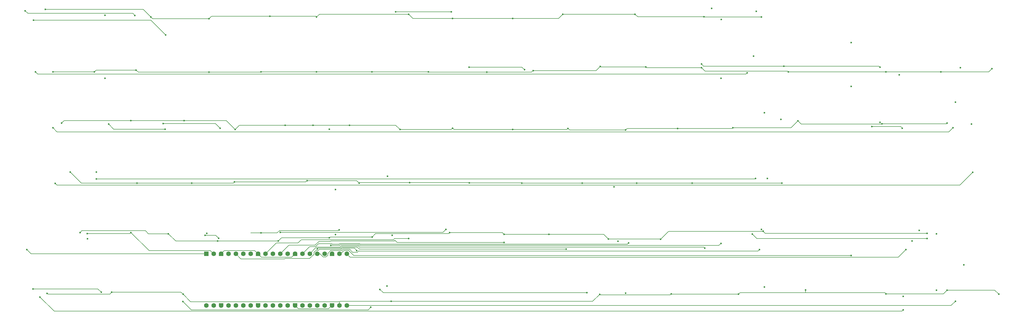
<source format=gbr>
%TF.GenerationSoftware,KiCad,Pcbnew,9.0.3*%
%TF.CreationDate,2025-07-24T22:06:14+02:00*%
%TF.ProjectId,Lucenox,4c756365-6e6f-4782-9e6b-696361645f70,rev?*%
%TF.SameCoordinates,Original*%
%TF.FileFunction,Copper,L3,Inr*%
%TF.FilePolarity,Positive*%
%FSLAX46Y46*%
G04 Gerber Fmt 4.6, Leading zero omitted, Abs format (unit mm)*
G04 Created by KiCad (PCBNEW 9.0.3) date 2025-07-24 22:06:14*
%MOMM*%
%LPD*%
G01*
G04 APERTURE LIST*
G04 Aperture macros list*
%AMRoundRect*
0 Rectangle with rounded corners*
0 $1 Rounding radius*
0 $2 $3 $4 $5 $6 $7 $8 $9 X,Y pos of 4 corners*
0 Add a 4 corners polygon primitive as box body*
4,1,4,$2,$3,$4,$5,$6,$7,$8,$9,$2,$3,0*
0 Add four circle primitives for the rounded corners*
1,1,$1+$1,$2,$3*
1,1,$1+$1,$4,$5*
1,1,$1+$1,$6,$7*
1,1,$1+$1,$8,$9*
0 Add four rect primitives between the rounded corners*
20,1,$1+$1,$2,$3,$4,$5,0*
20,1,$1+$1,$4,$5,$6,$7,0*
20,1,$1+$1,$6,$7,$8,$9,0*
20,1,$1+$1,$8,$9,$2,$3,0*%
%AMFreePoly0*
4,1,37,0.603843,0.796157,0.639018,0.796157,0.711114,0.766294,0.766294,0.711114,0.796157,0.639018,0.796157,0.603843,0.800000,0.600000,0.800000,-0.600000,0.796157,-0.603843,0.796157,-0.639018,0.766294,-0.711114,0.711114,-0.766294,0.639018,-0.796157,0.603843,-0.796157,0.600000,-0.800000,0.000000,-0.800000,0.000000,-0.796148,-0.078414,-0.796148,-0.232228,-0.765552,-0.377117,-0.705537,
-0.507515,-0.618408,-0.618408,-0.507515,-0.705537,-0.377117,-0.765552,-0.232228,-0.796148,-0.078414,-0.796148,0.078414,-0.765552,0.232228,-0.705537,0.377117,-0.618408,0.507515,-0.507515,0.618408,-0.377117,0.705537,-0.232228,0.765552,-0.078414,0.796148,0.000000,0.796148,0.000000,0.800000,0.600000,0.800000,0.603843,0.796157,0.603843,0.796157,$1*%
%AMFreePoly1*
4,1,37,0.000000,0.796148,0.078414,0.796148,0.232228,0.765552,0.377117,0.705537,0.507515,0.618408,0.618408,0.507515,0.705537,0.377117,0.765552,0.232228,0.796148,0.078414,0.796148,-0.078414,0.765552,-0.232228,0.705537,-0.377117,0.618408,-0.507515,0.507515,-0.618408,0.377117,-0.705537,0.232228,-0.765552,0.078414,-0.796148,0.000000,-0.796148,0.000000,-0.800000,-0.600000,-0.800000,
-0.603843,-0.796157,-0.639018,-0.796157,-0.711114,-0.766294,-0.766294,-0.711114,-0.796157,-0.639018,-0.796157,-0.603843,-0.800000,-0.600000,-0.800000,0.600000,-0.796157,0.603843,-0.796157,0.639018,-0.766294,0.711114,-0.711114,0.766294,-0.639018,0.796157,-0.603843,0.796157,-0.600000,0.800000,0.000000,0.800000,0.000000,0.796148,0.000000,0.796148,$1*%
G04 Aperture macros list end*
%TA.AperFunction,ComponentPad*%
%ADD10RoundRect,0.200000X-0.600000X0.600000X-0.600000X-0.600000X0.600000X-0.600000X0.600000X0.600000X0*%
%TD*%
%TA.AperFunction,ComponentPad*%
%ADD11C,1.600000*%
%TD*%
%TA.AperFunction,ComponentPad*%
%ADD12FreePoly0,270.000000*%
%TD*%
%TA.AperFunction,ComponentPad*%
%ADD13FreePoly1,270.000000*%
%TD*%
%TA.AperFunction,ViaPad*%
%ADD14C,0.600000*%
%TD*%
%TA.AperFunction,Conductor*%
%ADD15C,0.200000*%
%TD*%
G04 APERTURE END LIST*
D10*
%TO.N,COL0*%
%TO.C,A1*%
X118432500Y-134610000D03*
D11*
%TO.N,COL1*%
X120972500Y-134610000D03*
D12*
%TO.N,GND*%
X123512500Y-134610000D03*
D11*
%TO.N,COL2*%
X126052500Y-134610000D03*
%TO.N,COL3*%
X128592500Y-134610000D03*
%TO.N,COL4*%
X131132500Y-134610000D03*
%TO.N,COL5*%
X133672500Y-134610000D03*
D12*
%TO.N,GND*%
X136212500Y-134610000D03*
D11*
%TO.N,COL6*%
X138752500Y-134610000D03*
%TO.N,COL7*%
X141292500Y-134610000D03*
%TO.N,COL8*%
X143832500Y-134610000D03*
%TO.N,COL9*%
X146372500Y-134610000D03*
D12*
%TO.N,GND*%
X148912500Y-134610000D03*
D11*
%TO.N,COL10*%
X151452500Y-134610000D03*
%TO.N,COL11*%
X153992500Y-134610000D03*
%TO.N,COL12*%
X156532500Y-134610000D03*
%TO.N,COL13*%
X159072500Y-134610000D03*
D12*
%TO.N,GND*%
X161612500Y-134610000D03*
D11*
%TO.N,COL14*%
X164152500Y-134610000D03*
%TO.N,COL15*%
X166692500Y-134610000D03*
%TO.N,COL16*%
X166692500Y-152390000D03*
%TO.N,ROW0*%
X164152500Y-152390000D03*
D13*
%TO.N,GND*%
X161612500Y-152390000D03*
D11*
%TO.N,ROW1*%
X159072500Y-152390000D03*
%TO.N,ROW2*%
X156532500Y-152390000D03*
%TO.N,ROW3*%
X153992500Y-152390000D03*
%TO.N,ROW4*%
X151452500Y-152390000D03*
D13*
%TO.N,GND*%
X148912500Y-152390000D03*
D11*
%TO.N,ROW5*%
X146372500Y-152390000D03*
%TO.N,unconnected-(A1-RUN-Pad30)*%
X143832500Y-152390000D03*
%TO.N,RGB*%
X141292500Y-152390000D03*
%TO.N,unconnected-(A1-GPIO27_ADC1-Pad32)*%
X138752500Y-152390000D03*
D13*
%TO.N,unconnected-(A1-AGND-Pad33)*%
X136212500Y-152390000D03*
D11*
%TO.N,unconnected-(A1-GPIO28_ADC2-Pad34)*%
X133672500Y-152390000D03*
%TO.N,unconnected-(A1-ADC_VREF-Pad35)*%
X131132500Y-152390000D03*
%TO.N,unconnected-(A1-3V3-Pad36)*%
X128592500Y-152390000D03*
%TO.N,unconnected-(A1-3V3_EN-Pad37)*%
X126052500Y-152390000D03*
D13*
%TO.N,GND*%
X123512500Y-152390000D03*
D11*
%TO.N,unconnected-(A1-VSYS-Pad39)*%
X120972500Y-152390000D03*
%TO.N,5V*%
X118432500Y-152390000D03*
%TD*%
D14*
%TO.N,COL10*%
X263495000Y-130909900D03*
%TO.N,GND*%
X360832200Y-130232500D03*
X357851800Y-149251700D03*
X162862200Y-112523300D03*
X83655000Y-52548300D03*
X160756300Y-91737100D03*
X162862200Y-128031000D03*
X295263400Y-74213500D03*
X295316100Y-54001700D03*
X347040300Y-90863300D03*
X357503300Y-91375000D03*
X258544200Y-111568800D03*
X83655000Y-74213500D03*
X259829700Y-130308100D03*
X356467500Y-73051700D03*
X262479000Y-148161600D03*
%TO.N,COL9*%
X156570700Y-132890200D03*
X242063800Y-132989800D03*
%TO.N,5V*%
X202607100Y-51411100D03*
X311150300Y-108685800D03*
X309107800Y-126186800D03*
X118614500Y-127583800D03*
X369294600Y-147091600D03*
X315846400Y-88400600D03*
X292005100Y-50169600D03*
X180563000Y-145673300D03*
X349865400Y-89384500D03*
X182304700Y-128281000D03*
X288529500Y-69328000D03*
X183475500Y-51388700D03*
X349865400Y-70428300D03*
X369294600Y-127716300D03*
X180673200Y-107948300D03*
X310165400Y-146048300D03*
X316804500Y-70065400D03*
%TO.N,COL3*%
X170102300Y-133466300D03*
%TO.N,ROW0*%
X390636200Y-148522900D03*
X324271300Y-147045400D03*
X278177400Y-148378800D03*
X63816900Y-148192500D03*
X182008200Y-150917500D03*
X85992800Y-147819900D03*
X351891000Y-148378800D03*
X110478600Y-148522900D03*
X372927500Y-147091600D03*
X253564300Y-148525000D03*
X301224200Y-148522900D03*
%TO.N,ROW2*%
X94665900Y-110265400D03*
X226854700Y-110328300D03*
X247577000Y-110328300D03*
X188319600Y-110163900D03*
X316126200Y-110265400D03*
X285359000Y-110265400D03*
X266263500Y-110265400D03*
X208831800Y-110196800D03*
X128151600Y-109913300D03*
X170952100Y-110265400D03*
X113459000Y-110332500D03*
X153061500Y-109452200D03*
X71733400Y-106481600D03*
%TO.N,COL1*%
X80674600Y-106481600D03*
X92596200Y-127277500D03*
X77574400Y-127632800D03*
%TO.N,COL14*%
X339969400Y-77042500D03*
X339969400Y-61974500D03*
X339967800Y-135172500D03*
%TO.N,RGB*%
X59119200Y-54222600D03*
X104517800Y-59312500D03*
%TO.N,COL13*%
X306466200Y-66592000D03*
X295263400Y-131005900D03*
X310165400Y-86047900D03*
X161250300Y-131685900D03*
%TO.N,COL15*%
X358745000Y-133174600D03*
%TO.N,COL11*%
X289688800Y-132645700D03*
%TO.N,COL0*%
X56831500Y-133187500D03*
%TO.N,COL5*%
X164125800Y-126349100D03*
X137278400Y-127427500D03*
%TO.N,ROW3*%
X299324400Y-91228800D03*
X167696300Y-90409400D03*
X92596200Y-88818300D03*
X242683400Y-91476500D03*
X128361000Y-91875400D03*
X184988600Y-91873800D03*
X110821100Y-88818300D03*
X155143700Y-90409400D03*
X145576100Y-90409400D03*
X372927500Y-89669100D03*
X280361400Y-91503700D03*
X203026900Y-91375000D03*
X321669600Y-88862500D03*
X68753000Y-89669100D03*
X350517000Y-89868100D03*
X262479000Y-92021600D03*
X223733800Y-91875400D03*
%TO.N,COL8*%
X220753400Y-130684000D03*
%TO.N,COL7*%
X200770900Y-126175800D03*
X143891500Y-127222000D03*
%TO.N,COL12*%
X308460700Y-133187500D03*
%TO.N,COL16*%
X375734200Y-150917500D03*
X378665400Y-138440200D03*
X375734200Y-82449900D03*
%TO.N,COL6*%
X187969000Y-129343200D03*
%TO.N,ROW4*%
X119419800Y-72154100D03*
X351891000Y-72007900D03*
X156357300Y-72007900D03*
X80069800Y-72007900D03*
X65772600Y-72006600D03*
X370808000Y-72007900D03*
X269433100Y-70365900D03*
X253788200Y-70165400D03*
X94378400Y-71456400D03*
X137302200Y-72007900D03*
X194779900Y-72007900D03*
X230726200Y-71612500D03*
X214792600Y-72154100D03*
X318350400Y-72007900D03*
X388288000Y-70940000D03*
X288529500Y-70575900D03*
X175381200Y-72007900D03*
%TO.N,ROW1*%
X160719800Y-129134600D03*
X175454900Y-128801200D03*
X75079400Y-127277500D03*
X366041400Y-127552500D03*
X309763400Y-126774900D03*
X220753400Y-127873300D03*
X202076000Y-127277500D03*
X122400200Y-130232500D03*
X274510400Y-129584500D03*
X256580200Y-129537800D03*
X236186800Y-127873300D03*
X143189800Y-130232500D03*
X105459500Y-127717900D03*
%TO.N,ROW5*%
X156357300Y-53128800D03*
X140282600Y-52913300D03*
X63223300Y-50505400D03*
X223733800Y-53617900D03*
X265721800Y-52186600D03*
X187969000Y-52186600D03*
X203026900Y-53617900D03*
X289386700Y-53060400D03*
X240873800Y-52186600D03*
X119419800Y-53764100D03*
X99386200Y-53122100D03*
X309117300Y-53128800D03*
%TO.N,RGB_5*%
X77694200Y-129429800D03*
X307103100Y-108685800D03*
X80674600Y-108834100D03*
%TO.N,RGB_6*%
X305978300Y-127810200D03*
X366041400Y-129327500D03*
%TO.N,Net-(LED1-DOUT)*%
X56279400Y-51037500D03*
X93930800Y-52626300D03*
%TO.N,Net-(LED13-DOUT)*%
X304204600Y-72358900D03*
X59802300Y-72006600D03*
X307369100Y-51227500D03*
%TO.N,Net-(LED22-DOUT)*%
X208691300Y-70395200D03*
X227739200Y-71252200D03*
%TO.N,Net-(LED30-DOUT)*%
X377459700Y-70613000D03*
X65772600Y-91248400D03*
X374939100Y-91226700D03*
%TO.N,Net-(LED32-DOUT)*%
X104326500Y-91736700D03*
X84934000Y-90011100D03*
%TO.N,Net-(LED33-DOUT)*%
X123213000Y-91445700D03*
X103672700Y-89797500D03*
%TO.N,Net-(LED47-DOUT)*%
X381695000Y-106592500D03*
X381267400Y-90010400D03*
X66612100Y-110411600D03*
%TO.N,Net-(LED63-DOUT)*%
X118036300Y-128266000D03*
X122684300Y-129268600D03*
%TO.N,Net-(LED73-DOUT)*%
X61334300Y-149459600D03*
X363335300Y-126550000D03*
X357851800Y-153865000D03*
%TO.N,Net-(LED74-DOUT)*%
X82402300Y-147847100D03*
X58960200Y-146680000D03*
%TO.N,Net-(LED76-DOUT)*%
X110389300Y-151006800D03*
X174980800Y-153005500D03*
%TO.N,Net-(LED77-DOUT)*%
X249197200Y-148013300D03*
X178099500Y-146842500D03*
%TD*%
D15*
%TO.N,COL10*%
X164356800Y-131075500D02*
X164134000Y-131298300D01*
X161713600Y-131298300D02*
X161499500Y-131084200D01*
X155936800Y-132105300D02*
X153957200Y-132105300D01*
X161499500Y-131084200D02*
X156957900Y-131084200D01*
X153957200Y-132105300D02*
X151452500Y-134610000D01*
X171001400Y-131075500D02*
X164356800Y-131075500D01*
X156957900Y-131084200D02*
X155936800Y-132105300D01*
X164134000Y-131298300D02*
X161713600Y-131298300D01*
X263495000Y-130909900D02*
X263106600Y-131298300D01*
X263106600Y-131298300D02*
X171224200Y-131298300D01*
X171224200Y-131298300D02*
X171001400Y-131075500D01*
%TO.N,GND*%
X137376600Y-135774100D02*
X147748400Y-135774100D01*
X135077300Y-133474800D02*
X136212500Y-134610000D01*
X161612500Y-152390000D02*
X160501200Y-153501300D01*
X136212500Y-134610000D02*
X137376600Y-135774100D01*
X356991600Y-90863300D02*
X357503300Y-91375000D01*
X147748400Y-135774100D02*
X148912500Y-134610000D01*
X124647700Y-133474800D02*
X135077300Y-133474800D01*
X123512500Y-134610000D02*
X124647700Y-133474800D01*
X347040300Y-90863300D02*
X356991600Y-90863300D01*
X150023800Y-153501300D02*
X148912500Y-152390000D01*
X160501200Y-153501300D02*
X150023800Y-153501300D01*
%TO.N,COL9*%
X170302300Y-132280600D02*
X171011500Y-132989800D01*
X156570700Y-132890200D02*
X156771500Y-132689400D01*
X171011500Y-132989800D02*
X241616200Y-132989800D01*
X156771500Y-132689400D02*
X164657200Y-132689400D01*
X164657200Y-132689400D02*
X165066000Y-132280600D01*
X241616200Y-132989800D02*
X242063800Y-132989800D01*
X165066000Y-132280600D02*
X170302300Y-132280600D01*
%TO.N,5V*%
X289266900Y-70065400D02*
X316804500Y-70065400D01*
X202607100Y-51411100D02*
X183497900Y-51411100D01*
X183497900Y-51411100D02*
X183475500Y-51388700D01*
X316804500Y-70065400D02*
X349502500Y-70065400D01*
X349502500Y-70065400D02*
X349865400Y-70428300D01*
X288529500Y-69328000D02*
X289266900Y-70065400D01*
%TO.N,COL3*%
X169327000Y-132691000D02*
X170102300Y-133466300D01*
X153982100Y-136184000D02*
X155430800Y-134735300D01*
X157220600Y-133091200D02*
X164823500Y-133091200D01*
X155430800Y-134117400D02*
X156056300Y-133491900D01*
X165223700Y-132691000D02*
X169327000Y-132691000D01*
X145300700Y-136342100D02*
X145458800Y-136184000D01*
X156819900Y-133491900D02*
X157220600Y-133091200D01*
X156056300Y-133491900D02*
X156819900Y-133491900D01*
X145300700Y-136342100D02*
X145458800Y-136184000D01*
X164823500Y-133091200D02*
X165223700Y-132691000D01*
X128592500Y-134610000D02*
X130324600Y-136342100D01*
X155430800Y-134735300D02*
X155430800Y-134117400D01*
X130324600Y-136342100D02*
X145300700Y-136342100D01*
X145458800Y-136184000D02*
X153982100Y-136184000D01*
%TO.N,ROW0*%
X278321500Y-148522900D02*
X278177400Y-148378800D01*
X253564300Y-148525000D02*
X253802600Y-148763300D01*
X113050700Y-151095000D02*
X110478600Y-148522900D01*
X301224200Y-148522900D02*
X301739900Y-148007200D01*
X351891000Y-148378800D02*
X371640300Y-148378800D01*
X301224200Y-148522900D02*
X278321500Y-148522900D01*
X324271300Y-148007200D02*
X351519400Y-148007200D01*
X85363900Y-148448800D02*
X85992800Y-147819900D01*
X182008200Y-150917500D02*
X251171800Y-150917500D01*
X253802600Y-148763300D02*
X277792900Y-148763300D01*
X277792900Y-148763300D02*
X278177400Y-148378800D01*
X324271300Y-147045400D02*
X324271300Y-148007200D01*
X85992800Y-147819900D02*
X109775600Y-147819900D01*
X164152500Y-151095000D02*
X164152500Y-152390000D01*
X371640300Y-148378800D02*
X372927500Y-147091600D01*
X164152500Y-151095000D02*
X113050700Y-151095000D01*
X109775600Y-147819900D02*
X110478600Y-148522900D01*
X351519400Y-148007200D02*
X351891000Y-148378800D01*
X182008200Y-150917500D02*
X164330000Y-150917500D01*
X301739900Y-148007200D02*
X324271300Y-148007200D01*
X64073200Y-148448800D02*
X85363900Y-148448800D01*
X390636200Y-148522900D02*
X389204900Y-147091600D01*
X164330000Y-150917500D02*
X164152500Y-151095000D01*
X251171800Y-150917500D02*
X253564300Y-148525000D01*
X389204900Y-147091600D02*
X372927500Y-147091600D01*
X63816900Y-148192500D02*
X64073200Y-148448800D01*
%TO.N,ROW2*%
X208798900Y-110163900D02*
X208831800Y-110196800D01*
X75517200Y-110265400D02*
X94665900Y-110265400D01*
X247577000Y-110328300D02*
X226854700Y-110328300D01*
X113459000Y-110265400D02*
X127799500Y-110265400D01*
X226723200Y-110196800D02*
X226854700Y-110328300D01*
X208831800Y-110196800D02*
X226723200Y-110196800D01*
X266263500Y-110265400D02*
X247639900Y-110265400D01*
X153061500Y-109452200D02*
X170138900Y-109452200D01*
X71733400Y-106481600D02*
X75517200Y-110265400D01*
X247639900Y-110265400D02*
X247577000Y-110328300D01*
X285359000Y-110265400D02*
X266263500Y-110265400D01*
X170138900Y-109452200D02*
X170952100Y-110265400D01*
X127799500Y-110265400D02*
X128151600Y-109913300D01*
X113459000Y-110265400D02*
X113459000Y-110332500D01*
X188319600Y-110163900D02*
X208798900Y-110163900D01*
X316126200Y-110265400D02*
X285359000Y-110265400D01*
X94665900Y-110265400D02*
X113459000Y-110265400D01*
X128151600Y-109913300D02*
X152600400Y-109913300D01*
X152600400Y-109913300D02*
X153061500Y-109452200D01*
X188319600Y-110163900D02*
X171053600Y-110163900D01*
X171053600Y-110163900D02*
X170952100Y-110265400D01*
%TO.N,COL1*%
X92240900Y-127632800D02*
X92596200Y-127277500D01*
X119847700Y-133485200D02*
X98803900Y-133485200D01*
X77574400Y-127632800D02*
X92240900Y-127632800D01*
X120972500Y-134610000D02*
X119847700Y-133485200D01*
X98803900Y-133485200D02*
X92596200Y-127277500D01*
%TO.N,COL14*%
X164641500Y-134610000D02*
X165757100Y-133494400D01*
X165757100Y-133494400D02*
X167450300Y-133494400D01*
X164152500Y-134610000D02*
X164641500Y-134610000D01*
X169128400Y-135172500D02*
X339967800Y-135172500D01*
X167450300Y-133494400D02*
X169128400Y-135172500D01*
%TO.N,RGB*%
X99427900Y-54222600D02*
X59119200Y-54222600D01*
X104517800Y-59312500D02*
X99427900Y-54222600D01*
%TO.N,COL13*%
X164523100Y-131477200D02*
X164287700Y-131712600D01*
X161314500Y-131750100D02*
X161250300Y-131685900D01*
X294519200Y-131750100D02*
X171108000Y-131750100D01*
X170502500Y-131477200D02*
X165188300Y-131477200D01*
X164287700Y-131712600D02*
X164250200Y-131750100D01*
X164287700Y-131712600D02*
X164250200Y-131750100D01*
X165188300Y-131477200D02*
X164523100Y-131477200D01*
X170835100Y-131477200D02*
X170502500Y-131477200D01*
X171108000Y-131750100D02*
X170835100Y-131477200D01*
X164250200Y-131750100D02*
X161314500Y-131750100D01*
X295263400Y-131005900D02*
X294519200Y-131750100D01*
%TO.N,COL15*%
X356139600Y-135780000D02*
X358745000Y-133174600D01*
X166692500Y-134610000D02*
X167862500Y-135780000D01*
X167862500Y-135780000D02*
X356139600Y-135780000D01*
%TO.N,COL11*%
X155913100Y-132689400D02*
X153992500Y-134610000D01*
X156403600Y-132288500D02*
X156321600Y-132288500D01*
X164855700Y-131878900D02*
X164446900Y-132287700D01*
X170668800Y-131878900D02*
X164855700Y-131878900D01*
X155920800Y-132689300D02*
X155920800Y-132689400D01*
X156404400Y-132287700D02*
X156403600Y-132288500D01*
X289688800Y-132645700D02*
X289322200Y-132279100D01*
X156321600Y-132288500D02*
X155920800Y-132689300D01*
X164446900Y-132287700D02*
X156404400Y-132287700D01*
X171069000Y-132279100D02*
X170668800Y-131878900D01*
X155920800Y-132689400D02*
X155913100Y-132689400D01*
X289322200Y-132279100D02*
X171069000Y-132279100D01*
%TO.N,COL0*%
X118432500Y-134610000D02*
X58254000Y-134610000D01*
X58254000Y-134610000D02*
X56831500Y-133187500D01*
%TO.N,COL5*%
X164085900Y-126389000D02*
X164125800Y-126349100D01*
X137278400Y-127427500D02*
X133672500Y-127427500D01*
X143627200Y-126610400D02*
X150080600Y-126610400D01*
X150080600Y-126610400D02*
X150138700Y-126668500D01*
X137278400Y-127427500D02*
X142810100Y-127427500D01*
X164125800Y-126349100D02*
X164085900Y-126389000D01*
X133672500Y-127427500D02*
X137278400Y-127427500D01*
X142810100Y-127427500D02*
X143627200Y-126610400D01*
X150138700Y-126668500D02*
X163806400Y-126668500D01*
X163806400Y-126668500D02*
X164125800Y-126349100D01*
%TO.N,ROW3*%
X280361400Y-91503700D02*
X262996900Y-91503700D01*
X110821100Y-88818300D02*
X125303900Y-88818300D01*
X262479000Y-92021600D02*
X243228500Y-92021600D01*
X167696300Y-90409400D02*
X183524200Y-90409400D01*
X223733800Y-91875400D02*
X242284500Y-91875400D01*
X183524200Y-90409400D02*
X184988600Y-91873800D01*
X184988600Y-91873800D02*
X202528100Y-91873800D01*
X203527300Y-91875400D02*
X223733800Y-91875400D01*
X92596200Y-88818300D02*
X69603800Y-88818300D01*
X299049500Y-91503700D02*
X299324400Y-91228800D01*
X321669600Y-88862500D02*
X319303300Y-91228800D01*
X92596200Y-88818300D02*
X110821100Y-88818300D01*
X155143700Y-90409400D02*
X167696300Y-90409400D01*
X242284500Y-91875400D02*
X242683400Y-91476500D01*
X262996900Y-91503700D02*
X262479000Y-92021600D01*
X69603800Y-88818300D02*
X68753000Y-89669100D01*
X372728500Y-89868100D02*
X350517000Y-89868100D01*
X372927500Y-89669100D02*
X372728500Y-89868100D01*
X243228500Y-92021600D02*
X242683400Y-91476500D01*
X350517000Y-89868100D02*
X350398900Y-89986200D01*
X129827000Y-90409400D02*
X128361000Y-91875400D01*
X319303300Y-91228800D02*
X299324400Y-91228800D01*
X203026900Y-91375000D02*
X203527300Y-91875400D01*
X125303900Y-88818300D02*
X128361000Y-91875400D01*
X322793300Y-89986200D02*
X321669600Y-88862500D01*
X280361400Y-91503700D02*
X299049500Y-91503700D01*
X145576100Y-90409400D02*
X129827000Y-90409400D01*
X350398900Y-89986200D02*
X322793300Y-89986200D01*
X145576100Y-90409400D02*
X155143700Y-90409400D01*
X202528100Y-91873800D02*
X203026900Y-91375000D01*
%TO.N,COL8*%
X155827800Y-131643800D02*
X146798700Y-131643800D01*
X183106600Y-130104400D02*
X183271400Y-129939600D01*
X161211600Y-130173400D02*
X161046800Y-130338200D01*
X146798700Y-131643800D02*
X143832500Y-134610000D01*
X183037600Y-130173400D02*
X161211600Y-130173400D01*
X184015800Y-130684000D02*
X183271400Y-129939600D01*
X157133400Y-130338200D02*
X155827800Y-131643800D01*
X183106600Y-130104400D02*
X183037600Y-130173400D01*
X161046800Y-130338200D02*
X157133400Y-130338200D01*
X161211600Y-130173400D02*
X161046800Y-130338200D01*
X183106600Y-130104400D02*
X183271400Y-129939600D01*
X220753400Y-130684000D02*
X184015800Y-130684000D01*
%TO.N,COL7*%
X143891500Y-127222000D02*
X199724700Y-127222000D01*
X199724700Y-127222000D02*
X200770900Y-126175800D01*
%TO.N,COL12*%
X156532500Y-134610000D02*
X157514600Y-134610000D01*
X167736300Y-133092700D02*
X168711600Y-134068000D01*
X170720300Y-133699100D02*
X307949100Y-133699100D01*
X170720300Y-133699200D02*
X170720300Y-133699100D01*
X158616200Y-135711700D02*
X159528900Y-135711700D01*
X159528900Y-135711700D02*
X160174200Y-135066400D01*
X165491000Y-133092700D02*
X167736300Y-133092700D01*
X170351500Y-134068000D02*
X170720300Y-133699200D01*
X160174200Y-134482000D02*
X161147900Y-133508300D01*
X157514600Y-134610100D02*
X158616200Y-135711700D01*
X168711600Y-134068000D02*
X170351500Y-134068000D01*
X157514600Y-134610000D02*
X157514600Y-134610100D01*
X161147900Y-133508300D02*
X165075400Y-133508300D01*
X165075400Y-133508300D02*
X165491000Y-133092700D01*
X307949100Y-133699100D02*
X308460700Y-133187500D01*
X160174200Y-135066400D02*
X160174200Y-134482000D01*
%TO.N,COL16*%
X375734200Y-150917500D02*
X374261700Y-152390000D01*
X374261700Y-152390000D02*
X166692500Y-152390000D01*
%TO.N,COL6*%
X142523400Y-130839100D02*
X138752500Y-134610000D01*
X149996700Y-130839100D02*
X142523400Y-130839100D01*
X187969000Y-129343200D02*
X183099600Y-129343200D01*
X182706400Y-129736400D02*
X151099400Y-129736400D01*
X151099400Y-129736400D02*
X149996700Y-130839100D01*
X183099600Y-129343200D02*
X182706400Y-129736400D01*
%TO.N,ROW4*%
X65772600Y-72006600D02*
X80068500Y-72006600D01*
X269643100Y-70575900D02*
X288529500Y-70575900D01*
X230184600Y-72154100D02*
X214792600Y-72154100D01*
X318099700Y-71757200D02*
X289710800Y-71757200D01*
X252341100Y-71612500D02*
X253788200Y-70165400D01*
X351891000Y-72007900D02*
X318350400Y-72007900D01*
X80621300Y-71456400D02*
X80069800Y-72007900D01*
X119419800Y-72154100D02*
X95076100Y-72154100D01*
X230726200Y-71612500D02*
X230184600Y-72154100D01*
X194926100Y-72154100D02*
X194779900Y-72007900D01*
X156357300Y-72007900D02*
X137302200Y-72007900D01*
X387220100Y-72007900D02*
X370808000Y-72007900D01*
X95076100Y-72154100D02*
X94378400Y-71456400D01*
X289710800Y-71757200D02*
X288529500Y-70575900D01*
X269433100Y-70365900D02*
X253988700Y-70365900D01*
X80068500Y-72006600D02*
X80069800Y-72007900D01*
X370808000Y-72007900D02*
X351891000Y-72007900D01*
X253988700Y-70365900D02*
X253788200Y-70165400D01*
X94378400Y-71456400D02*
X80621300Y-71456400D01*
X269433100Y-70365900D02*
X269643100Y-70575900D01*
X175381200Y-72007900D02*
X156357300Y-72007900D01*
X137156000Y-72154100D02*
X119419800Y-72154100D01*
X230726200Y-71612500D02*
X252341100Y-71612500D01*
X214792600Y-72154100D02*
X194926100Y-72154100D01*
X388288000Y-70940000D02*
X387220100Y-72007900D01*
X137302200Y-72007900D02*
X137156000Y-72154100D01*
X318350400Y-72007900D02*
X318099700Y-71757200D01*
X194779900Y-72007900D02*
X175381200Y-72007900D01*
%TO.N,ROW1*%
X161053200Y-128801200D02*
X175454900Y-128801200D01*
X309763400Y-126872100D02*
X309763400Y-126774900D01*
X201674300Y-127679200D02*
X202076000Y-127277500D01*
X366041400Y-127552500D02*
X310443800Y-127552500D01*
X310443800Y-127552500D02*
X309763400Y-126872100D01*
X254915700Y-127873300D02*
X236186800Y-127873300D01*
X277222800Y-126872100D02*
X274510400Y-129584500D01*
X97525300Y-126650200D02*
X98593000Y-127717900D01*
X107974100Y-130232500D02*
X122400200Y-130232500D01*
X98593000Y-127717900D02*
X105459500Y-127717900D01*
X220157600Y-127277500D02*
X220753400Y-127873300D01*
X143189800Y-130232500D02*
X144287700Y-129134600D01*
X122400200Y-130232500D02*
X143189800Y-130232500D01*
X105459500Y-127717900D02*
X107974100Y-130232500D01*
X274463700Y-129537800D02*
X256580200Y-129537800D01*
X274510400Y-129584500D02*
X274463700Y-129537800D01*
X75079400Y-127277500D02*
X75706700Y-126650200D01*
X220753400Y-127873300D02*
X236186800Y-127873300D01*
X256580200Y-129537800D02*
X254915700Y-127873300D01*
X309763400Y-126872100D02*
X277222800Y-126872100D01*
X144287700Y-129134600D02*
X160719800Y-129134600D01*
X176576900Y-127679200D02*
X201674300Y-127679200D01*
X202076000Y-127277500D02*
X220157600Y-127277500D01*
X175454900Y-128801200D02*
X176576900Y-127679200D01*
X160719800Y-129134600D02*
X161053200Y-128801200D01*
X75706700Y-126650200D02*
X97525300Y-126650200D01*
%TO.N,ROW5*%
X156141800Y-52913300D02*
X140282600Y-52913300D01*
X189400300Y-53617900D02*
X187969000Y-52186600D01*
X63223300Y-50505400D02*
X96769500Y-50505400D01*
X100028200Y-53764100D02*
X99386200Y-53122100D01*
X156357300Y-53128800D02*
X156141800Y-52913300D01*
X266595600Y-53060400D02*
X265721800Y-52186600D01*
X96769500Y-50505400D02*
X99386200Y-53122100D01*
X223733800Y-53617900D02*
X203026900Y-53617900D01*
X140282600Y-52913300D02*
X120270600Y-52913300D01*
X289386700Y-53060400D02*
X266595600Y-53060400D01*
X187969000Y-52186600D02*
X157299500Y-52186600D01*
X265721800Y-52186600D02*
X240873800Y-52186600D01*
X239442500Y-53617900D02*
X223733800Y-53617900D01*
X119419800Y-53764100D02*
X100028200Y-53764100D01*
X240873800Y-52186600D02*
X239442500Y-53617900D01*
X120270600Y-52913300D02*
X119419800Y-53764100D01*
X203026900Y-53617900D02*
X189400300Y-53617900D01*
X157299500Y-52186600D02*
X156357300Y-53128800D01*
X309117300Y-53128800D02*
X289455100Y-53128800D01*
X289455100Y-53128800D02*
X289386700Y-53060400D01*
%TO.N,RGB_5*%
X80674600Y-108834100D02*
X306954800Y-108834100D01*
X306954800Y-108834100D02*
X307103100Y-108685800D01*
%TO.N,RGB_6*%
X307495600Y-129327500D02*
X305978300Y-127810200D01*
X366041400Y-129327500D02*
X307495600Y-129327500D01*
%TO.N,Net-(LED1-DOUT)*%
X93208600Y-51904100D02*
X57146000Y-51904100D01*
X93930800Y-52626300D02*
X93208600Y-51904100D01*
X57146000Y-51904100D02*
X56279400Y-51037500D01*
%TO.N,Net-(LED13-DOUT)*%
X304204600Y-72358900D02*
X303801400Y-72762100D01*
X303801400Y-72762100D02*
X60557800Y-72762100D01*
X60557800Y-72762100D02*
X59802300Y-72006600D01*
%TO.N,Net-(LED22-DOUT)*%
X226882200Y-70395200D02*
X227739200Y-71252200D01*
X208691300Y-70395200D02*
X226882200Y-70395200D01*
%TO.N,Net-(LED30-DOUT)*%
X67182300Y-92658100D02*
X373507700Y-92658100D01*
X65772600Y-91248400D02*
X67182300Y-92658100D01*
X373507700Y-92658100D02*
X374939100Y-91226700D01*
%TO.N,Net-(LED32-DOUT)*%
X86659600Y-91736700D02*
X84934000Y-90011100D01*
X104326500Y-91736700D02*
X86659600Y-91736700D01*
%TO.N,Net-(LED33-DOUT)*%
X121564800Y-89797500D02*
X123213000Y-91445700D01*
X103672700Y-89797500D02*
X121564800Y-89797500D01*
%TO.N,Net-(LED47-DOUT)*%
X381695000Y-106592500D02*
X377320800Y-110966700D01*
X377320800Y-110966700D02*
X67167200Y-110966700D01*
X67167200Y-110966700D02*
X66612100Y-110411600D01*
%TO.N,Net-(LED63-DOUT)*%
X121681800Y-128266100D02*
X118036300Y-128266100D01*
X118036300Y-128266100D02*
X118036300Y-128266000D01*
X122684300Y-129268600D02*
X121681800Y-128266100D01*
%TO.N,Net-(LED73-DOUT)*%
X357397500Y-154319300D02*
X357851800Y-153865000D01*
X66194000Y-154319300D02*
X357397500Y-154319300D01*
X61334300Y-149459600D02*
X66194000Y-154319300D01*
%TO.N,Net-(LED74-DOUT)*%
X82402300Y-147847100D02*
X81235200Y-146680000D01*
X81235200Y-146680000D02*
X58960200Y-146680000D01*
%TO.N,Net-(LED76-DOUT)*%
X113300100Y-153917600D02*
X110389300Y-151006800D01*
X174980800Y-153005500D02*
X174068700Y-153917600D01*
X174068700Y-153917600D02*
X113300100Y-153917600D01*
%TO.N,Net-(LED77-DOUT)*%
X178099500Y-146842500D02*
X179270300Y-148013300D01*
X179270300Y-148013300D02*
X249197200Y-148013300D01*
%TD*%
M02*

</source>
